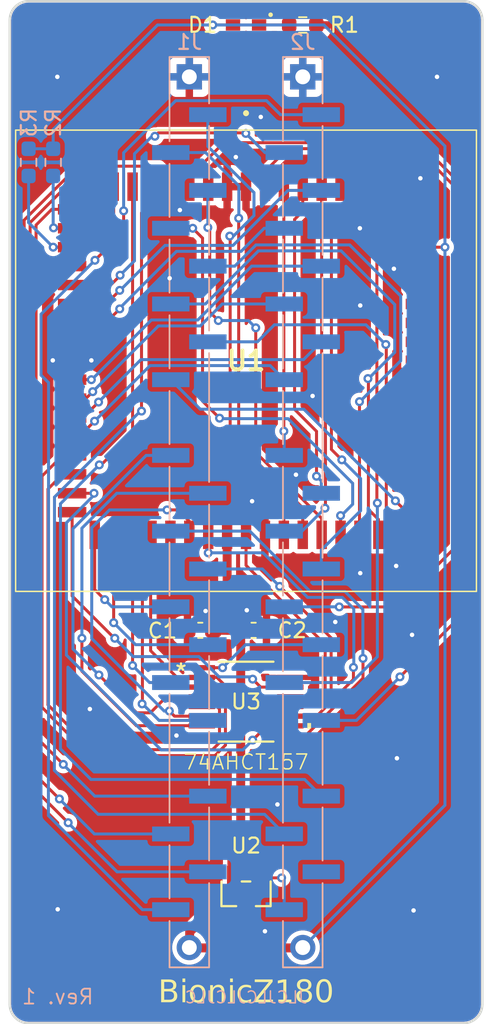
<source format=kicad_pcb>
(kicad_pcb (version 20241229) (generator "pcbnew") (generator_version "9.0")
  (title_block (title "BionicZ180") (date "2025-10-12") (rev "1") (company "Tadashi G. Takaoka"))
  (layers (0 "F.Cu" mixed) (2 "B.Cu" mixed) (13 "F.Paste" user) (15 "B.Paste" user) (5 "F.SilkS" user "F.Silkscreen") (7 "B.SilkS" user "B.Silkscreen") (1 "F.Mask" user) (3 "B.Mask" user) (25 "Edge.Cuts" user))
  (net 0 "")
  (net 1 "VCC")
  (net 2 "GND")
  (net 3 "Net-(D1-K)")
  (net 4 "A12")
  (net 5 "D6")
  (net 6 "~{WAIT}")
  (net 7 "A13")
  (net 8 "D3")
  (net 9 "P33")
  (net 10 "D0")
  (net 11 "D7")
  (net 12 "~{RESET}")
  (net 13 "D1")
  (net 14 "P31")
  (net 15 "P32")
  (net 16 "~{INT0}")
  (net 17 "D5")
  (net 18 "D2")
  (net 19 "P30")
  (net 20 "A14")
  (net 21 "A15")
  (net 22 "D4")
  (net 23 "~{NMI}")
  (net 24 "Net-(J2-P57)")
  (net 26 "ASEL")
  (net 27 "~{MREQ}")
  (net 28 "PHI")
  (net 29 "~{IORQ}")
  (net 30 "A4")
  (net 31 "EXTAL")
  (net 32 "~{WR}")
  (net 33 "A6")
  (net 34 "~{BUSREQ}")
  (net 35 "A2")
  (net 36 "A5")
  (net 37 "A7")
  (net 38 "~{M1}")
  (net 39 "A1")
  (net 40 "~{RD}")
  (net 41 "A3")
  (net 42 "A0")
  (net 43 "~{BUSACK}")
  (net 44 "Net-(U1-~{INT1})")
  (net 45 "Net-(U1-~{INT2})")
  (net 49 "A10")
  (net 51 "A16")
  (net 52 "A17")
  (net 53 "A11")
  (net 56 "A8")
  (net 57 "A19")
  (net 61 "A18")
  (net 65 "A9")
  (footprint "ti:PW16-M" (layer "F.Cu") (at 113.7 117.001001)
    (property "Reference" "U3")
    (property "Value" "74AHCT157")
  )
  (footprint "rhom:LED_CSL1901UW1_ROM-M" (layer "F.Cu") (at 113.7 71.6002 180)
    (property "Reference" "D1")
    (property "Value" "CSL1901UW1")
  )
  (footprint "Resistor_SMD:R_0603_1608Metric_Pad0.98x0.95mm_HandSolder" (layer "F.Cu") (at 117.51 71.6002)
    (property "Reference" "R1")
    (property "Value" "1.6k")
  )
  (footprint "3m:846821B1RKTP" (layer "F.Cu") (at 113.7 94.13)
    (property "Reference" "U1")
    (property "Value" "Z80180" (hide yes))
  )
  (footprint "microchip:SOT-23_MC_MCH-M" (layer "F.Cu") (at 113.7 129.894 180)
    (property "Reference" "U2")
    (property "Value" "11AA010-I/TT")
  )
  (footprint "Capacitor_SMD:C_0603_1608Metric_Pad1.08x0.95mm_HandSolder" (layer "F.Cu") (at 110.6277 112.2148 180)
    (property "Reference" "C1")
    (property "Value" "0.1u")
  )
  (footprint "Capacitor_SMD:C_0603_1608Metric_Pad1.08x0.95mm_HandSolder" (layer "F.Cu") (at 114.2091 112.2148)
    (property "Reference" "C2")
    (property "Value" "22u")
  )
  (footprint "Resistor_SMD:R_0603_1608Metric_Pad0.98x0.95mm_HandSolder" (layer "B.Cu") (at 99.095 80.8185 -90)
    (property "Reference" "R3")
    (property "Value" "10k")
  )
  (footprint "Resistor_SMD:R_0603_1608Metric_Pad0.98x0.95mm_HandSolder" (layer "B.Cu") (at 100.746 80.8185 -90)
    (property "Reference" "R2")
    (property "Value" "10k")
  )
  (footprint "bionic:Bionic-P245_SMT" (layer "B.Cu") (at 117.5308 104.29 180)
    (property "Reference" "J2")
    (property "Value" "Bionic-P245")
  )
  (footprint "bionic:Bionic-P135_SMT" (layer "B.Cu") (at 109.8692 104.29 180)
    (property "Reference" "J1")
    (property "Value" "Bionic-P135")
  )
  (gr_arc (start 99.095 138.58) (mid 98.196974 138.208026) (end 97.825 137.31) (stroke (width 0.15)) (layer "Edge.Cuts"))
  (gr_line (start 128.305 70) (end 99.095 70) (stroke (width 0.15)) (layer "Edge.Cuts"))
  (gr_arc (start 97.825 71.27) (mid 98.196974 70.371974) (end 99.095 70) (stroke (width 0.15)) (layer "Edge.Cuts"))
  (gr_line (start 99.095 138.58) (end 128.305 138.58) (stroke (width 0.15)) (layer "Edge.Cuts"))
  (gr_arc (start 128.305 70) (mid 129.203026 70.371974) (end 129.575 71.27) (stroke (width 0.15)) (layer "Edge.Cuts"))
  (gr_arc (start 129.575 137.31) (mid 129.203026 138.208026) (end 128.305 138.58) (stroke (width 0.15)) (layer "Edge.Cuts"))
  (gr_line (start 97.825 71.27) (end 97.825 137.31) (stroke (width 0.15)) (layer "Edge.Cuts"))
  (gr_line (start 129.575 137.31) (end 129.575 71.27) (stroke (width 0.15)) (layer "Edge.Cuts"))
  (gr_text "BionicZ180" (at 113.7 136.548 0) (layer "F.SilkS") (effects (font (size 1.5 1.5))))
  (gr_text "74AHCT157" (at 113.7 121.054 0) (layer "F.SilkS") (effects (font (size 1 1) (thickness 0.1))))
  (gr_text "JLCJLCJLCJLC" (at 113.7 137.31 0) (layer "B.SilkS") (effects (font (size 0.8 0.8)) (justify bottom mirror)))
  (gr_text "Rev. 1" (at 103.54 136.802 0) (layer "B.SilkS") (effects (font (size 1 1)) (justify left mirror)))
  (segment (start 112.43 105.81) (end 112.43 112.2148) (width 0.6) (layer "F.Cu") (net 1))
  (segment (start 112.749999 126.931601) (end 113.3444 126.3372) (width 0.6) (layer "F.Cu") (net 1))
  (segment (start 111.4648 71.6002) (end 112.8237 71.6002) (width 0.2) (layer "F.Cu") (net 1))
  (segment (start 112.43 112.2148) (end 111.4902 112.2148) (width 0.6) (layer "F.Cu") (net 1))
  (segment (start 111.4648 112.037) (end 111.9209 112.037) (width 0.2) (layer "F.Cu") (net 1))
  (segment (start 109.9154 133.5254) (end 117.4846 133.5254) (width 0.6) (layer "F.Cu") (net 1))
  (segment (start 109.9154 133.5254) (end 109.9154 132.4586) (width 0.6) (layer "F.Cu") (net 1))
  (segment (start 113.3444 126.3372) (end 113.3444 114.704) (width 0.6) (layer "F.Cu") (net 1))
  (segment (start 113.3466 112.2148) (end 112.43 112.2148) (width 0.6) (layer "F.Cu") (net 1))
  (segment (start 109.9154 132.4586) (end 112.749999 129.624001) (width 0.6) (layer "F.Cu") (net 1))
  (segment (start 117.4846 133.5254) (end 117.51 133.5) (width 0.2) (layer "F.Cu") (net 1))
  (segment (start 109.89 133.5) (end 109.9154 133.5254) (width 0.2) (layer "F.Cu") (net 1))
  (segment (start 116.6718 114.726002) (end 113.366402 114.726002) (width 0.2) (layer "F.Cu") (net 1))
  (segment (start 113.3444 114.704) (end 113.3444 112.217) (width 0.6) (layer "F.Cu") (net 1))
  (segment (start 112.749999 129.624001) (end 112.749999 128.828) (width 0.6) (layer "F.Cu") (net 1))
  (segment (start 112.4442 105.8242) (end 112.43 105.81) (width 0.6) (layer "F.Cu") (net 1))
  (segment (start 125.38 86.51) (end 127.0604 86.51) (width 0.2) (layer "F.Cu") (net 1))
  (segment (start 112.7602 128.8382) (end 112.75 128.828) (width 0.2) (layer "F.Cu") (net 1))
  (segment (start 112.749999 128.828) (end 112.749999 126.931601) (width 0.6) (layer "F.Cu") (net 1))
  (segment (start 113.366402 114.726002) (end 113.3444 114.704) (width 0.2) (layer "F.Cu") (net 1))
  (segment (start 113.3444 112.217) (end 113.3466 112.2148) (width 0.6) (layer "F.Cu") (net 1))
  (via (at 127.0604 86.51) (size 0.6) (drill 0.3) (layers "F.Cu" "B.Cu") (net 1))
  (via (at 111.4648 71.6002) (size 0.6) (drill 0.3) (layers "F.Cu" "B.Cu") (net 1))
  (segment (start 111.4648 71.6002) (end 118.9324 71.6002) (width 0.2) (layer "B.Cu") (net 1))
  (segment (start 111.4648 71.6002) (end 107.7564 71.6002) (width 0.2) (layer "B.Cu") (net 1))
  (segment (start 127.0604 123.9496) (end 117.51 133.5) (width 0.2) (layer "B.Cu") (net 1))
  (segment (start 127.0604 79.7282) (end 127.0604 86.51) (width 0.2) (layer "B.Cu") (net 1))
  (segment (start 100.746 78.6106) (end 100.746 79.906) (width 0.2) (layer "B.Cu") (net 1))
  (segment (start 118.9324 71.6002) (end 127.0604 79.7282) (width 0.2) (layer "B.Cu") (net 1))
  (segment (start 100.746 79.906) (end 99.095 79.906) (width 0.2) (layer "B.Cu") (net 1))
  (segment (start 127.0604 86.51) (end 127.0604 123.9496) (width 0.2) (layer "B.Cu") (net 1))
  (segment (start 107.7564 71.6002) (end 100.746 78.6106) (width 0.2) (layer "B.Cu") (net 1))
  (segment (start 109.0264 119.276) (end 110.7282 119.276) (width 0.2) (layer "F.Cu") (net 2))
  (segment (start 115.413403 115.376003) (end 115.4018 115.3644) (width 0.2) (layer "F.Cu") (net 2))
  (segment (start 116.6718 115.376003) (end 115.413403 115.376003) (width 0.2) (layer "F.Cu") (net 2))
  (via (at 121.3708 108.3794) (size 0.6) (drill 0.3) (layers "F.Cu" "B.Cu") (net 2))
  (via (at 109.255 84.0208) (size 0.6) (drill 0.3) (layers "F.Cu" "B.Cu") (net 2))
  (via (at 124.8506 112.5196) (size 0.6) (drill 0.3) (layers "F.Cu" "B.Cu") (net 2))
  (via (at 115.8082 123.8988) (size 0.6) (drill 0.3) (layers "F.Cu" "B.Cu") (net 2))
  (via (at 101.0254 75.08) (size 0.6) (drill 0.3) (layers "F.Cu" "B.Cu") (net 2))
  (via (at 126.527 75.08) (size 0.6) (drill 0.3) (layers "F.Cu" "B.Cu") (net 2))
  (via (at 124.9522 131.0108) (size 0.6) (drill 0.3) (layers "F.Cu" "B.Cu") (net 2))
  (via (at 125.4094 81.8872) (size 0.6) (drill 0.3) (layers "F.Cu" "B.Cu") (net 2))
  (via (at 119.6944 111.656) (size 0.6) (drill 0.3) (layers "F.Cu" "B.Cu") (net 2))
  (via (at 103.3114 94.1046) (size 0.6) (drill 0.3) (layers "F.Cu" "B.Cu") (net 2))
  (via (at 123.7838 107.8968) (size 0.6) (drill 0.3) (layers "F.Cu" "B.Cu") (net 2))
  (via (at 114.6906 77.7724) (size 0.6) (drill 0.3) (layers "F.Cu" "B.Cu") (net 2))
  (via (at 113.0142 80.4648) (size 0.6) (drill 0.3) (layers "F.Cu" "B.Cu") (net 2))
  (via (at 113.7508 110.8686) (size 0.6) (drill 0.3) (layers "F.Cu" "B.Cu") (net 2))
  (via (at 100.7206 94.1046) (size 0.6) (drill 0.3) (layers "F.Cu" "B.Cu") (net 2))
  (via (at 117.0528 101.7754) (size 0.6) (drill 0.3) (layers "F.Cu" "B.Cu") (net 2))
  (via (at 103.2098 117.498) (size 0.6) (drill 0.3) (layers "F.Cu" "B.Cu") (net 2))
  (via (at 118.1704 96.4922) (size 0.6) (drill 0.3) (layers "F.Cu" "B.Cu") (net 2))
  (via (at 123.8346 120.8) (size 0.6) (drill 0.3) (layers "F.Cu" "B.Cu") (net 2))
  (via (at 123.6314 87.9578) (size 0.6) (drill 0.3) (layers "F.Cu" "B.Cu") (net 2))
  (via (at 121.3454 85.24) (size 0.6) (drill 0.3) (layers "F.Cu" "B.Cu") (net 2))
  (via (at 121.3708 90.4216) (size 0.6) (drill 0.3) (layers "F.Cu" "B.Cu") (net 2))
  (via (at 110.9822 110.9194) (size 0.6) (drill 0.3) (layers "F.Cu" "B.Cu") (net 2))
  (via (at 114.1064 103.5534) (size 0.6) (drill 0.3) (layers "F.Cu" "B.Cu") (net 2))
  (via (at 109.0264 119.276) (size 0.6) (drill 0.3) (layers "F.Cu" "B.Cu") (net 2))
  (via (at 108.5692 88.5928) (size 0.6) (drill 0.3) (layers "F.Cu" "B.Cu") (net 2))
  (via (at 101.0508 130.9346) (size 0.6) (drill 0.3) (layers "F.Cu" "B.Cu") (net 2))
  (via (at 114.97 132.4078) (size 0.6) (drill 0.3) (layers "F.Cu" "B.Cu") (net 2))
  (segment (start 116.5975 71.6002) (end 114.5763 71.6002) (width 0.2) (layer "F.Cu") (net 3))
  (segment (start 103.54 109.4874) (end 103.54 105.81) (width 0.2) (layer "F.Cu") (net 4))
  (segment (start 104.21 110.1574) (end 103.54 109.4874) (width 0.2) (layer "F.Cu") (net 4))
  (via (at 104.21 110.1574) (size 0.6) (drill 0.3) (layers "F.Cu" "B.Cu") (net 4))
  (segment (start 104.21 110.1574) (end 104.6926 110.64) (width 0.2) (layer "B.Cu") (net 4))
  (segment (start 104.6926 110.64) (end 108.6454 110.64) (width 0.2) (layer "B.Cu") (net 4))
  (segment (start 123.12 93.0694) (end 123.12 104.1088) (width 0.2) (layer "F.Cu") (net 5))
  (segment (start 123.12 104.1088) (end 123.86 104.8488) (width 0.2) (layer "F.Cu") (net 5))
  (segment (start 123.0884 93.0378) (end 123.12 93.0694) (width 0.2) (layer "F.Cu") (net 5))
  (segment (start 123.86 104.8488) (end 123.86 105.81) (width 0.2) (layer "F.Cu") (net 5))
  (via (at 123.0884 93.0378) (size 0.6) (drill 0.3) (layers "F.Cu" "B.Cu") (net 5))
  (segment (start 115.605 91.717) (end 114.462 92.86) (width 0.2) (layer "B.Cu") (net 5))
  (segment (start 121.7518 91.717) (end 115.605 91.717) (width 0.2) (layer "B.Cu") (net 5))
  (segment (start 123.0726 93.0378) (end 121.7518 91.717) (width 0.2) (layer "B.Cu") (net 5))
  (segment (start 114.462 92.86) (end 111.1346 92.86) (width 0.2) (layer "B.Cu") (net 5))
  (segment (start 123.0884 93.0378) (end 123.0726 93.0378) (width 0.2) (layer "B.Cu") (net 5))
  (segment (start 108.62 81.815) (end 108.62 82.45) (width 0.2) (layer "F.Cu") (net 6))
  (segment (start 101.754465 125.125535) (end 98.7966 122.16767) (width 0.2) (layer "F.Cu") (net 6))
  (segment (start 102.415514 81.0744) (end 107.8794 81.0744) (width 0.2) (layer "F.Cu") (net 6))
  (segment (start 98.7966 122.16767) (end 98.7966 84.693314) (width 0.2) (layer "F.Cu") (net 6))
  (segment (start 98.7966 84.693314) (end 102.415514 81.0744) (width 0.2) (layer "F.Cu") (net 6))
  (segment (start 107.8794 81.0744) (end 108.62 81.815) (width 0.2) (layer "F.Cu") (net 6))
  (via (at 101.754465 125.125535) (size 0.6) (drill 0.3) (layers "F.Cu" "B.Cu") (net 6))
  (segment (start 101.754465 125.125535) (end 101.754465 125.135865) (width 0.2) (layer "B.Cu") (net 6))
  (segment (start 105.0386 128.42) (end 111.1346 128.42) (width 0.2) (layer "B.Cu") (net 6))
  (segment (start 101.754465 125.135865) (end 105.0386 128.42) (width 0.2) (layer "B.Cu") (net 6))
  (segment (start 104.81 111.7068) (end 104.81 105.81) (width 0.2) (layer "F.Cu") (net 7))
  (via (at 104.81 111.7068) (size 0.6) (drill 0.3) (layers "F.Cu" "B.Cu") (net 7))
  (segment (start 106.2832 113.18) (end 111.1346 113.18) (width 0.2) (layer "B.Cu") (net 7))
  (segment (start 104.81 111.7068) (end 106.2832 113.18) (width 0.2) (layer "B.Cu") (net 7))
  (segment (start 110.779 85.9004) (end 110.1186 85.24) (width 0.2) (layer "F.Cu") (net 8))
  (segment (start 111.922 97.9812) (end 110.779 96.8382) (width 0.2) (layer "F.Cu") (net 8))
  (segment (start 120.05 105.81) (end 120.05 104.5186) (width 0.2) (layer "F.Cu") (net 8))
  (segment (start 110.779 96.8382) (end 110.779 85.9004) (width 0.2) (layer "F.Cu") (net 8))
  (via (at 110.1186 85.24) (size 0.6) (drill 0.3) (layers "F.Cu" "B.Cu") (net 8))
  (via (at 111.922 97.9812) (size 0.6) (drill 0.3) (layers "F.Cu" "B.Cu") (net 8))
  (via (at 120.05 104.5186) (size 0.6) (drill 0.3) (layers "F.Cu" "B.Cu") (net 8))
  (segment (start 120.1008 104.5186) (end 120.05 104.5186) (width 0.2) (layer "B.Cu") (net 8))
  (segment (start 116.524141 98.0162) (end 120.8628 102.354859) (width 0.2) (layer "B.Cu") (net 8))
  (segment (start 120.8628 102.354859) (end 120.8628 103.7566) (width 0.2) (layer "B.Cu") (net 8))
  (segment (start 111.957 98.0162) (end 116.524141 98.0162) (width 0.2) (layer "B.Cu") (net 8))
  (segment (start 120.8628 103.7566) (end 120.1008 104.5186) (width 0.2) (layer "B.Cu") (net 8))
  (segment (start 110.1186 85.24) (end 108.6454 85.24) (width 0.2) (layer "B.Cu") (net 8))
  (segment (start 111.922 97.9812) (end 111.957 98.0162) (width 0.2) (layer "B.Cu") (net 8))
  (segment (start 118.527084 117.326002) (end 116.6718 117.326002) (width 0.2) (layer "F.Cu") (net 9))
  (segment (start 119.415 116.438086) (end 118.527084 117.326002) (width 0.2) (layer "F.Cu") (net 9))
  (segment (start 115.9606 109.2684) (end 119.415 112.7228) (width 0.2) (layer "F.Cu") (net 9))
  (segment (start 119.415 112.7228) (end 119.415 116.438086) (width 0.2) (layer "F.Cu") (net 9))
  (via (at 115.9606 109.2684) (size 0.6) (drill 0.3) (layers "F.Cu" "B.Cu") (net 9))
  (segment (start 114.7922 108.1) (end 111.1346 108.1) (width 0.2) (layer "B.Cu") (net 9))
  (segment (start 115.9606 109.2684) (end 114.7922 108.1) (width 0.2) (layer "B.Cu") (net 9))
  (segment (start 112.6332 99.6926) (end 116.24 103.2994) (width 0.2) (layer "F.Cu") (net 10))
  (segment (start 112.6332 85.7894) (end 112.6332 99.6926) (width 0.2) (layer "F.Cu") (net 10))
  (segment (start 112.607335 85.763535) (end 112.6332 85.7894) (width 0.2) (layer "F.Cu") (net 10))
  (segment (start 116.24 103.2994) (end 116.24 105.81) (width 0.2) (layer "F.Cu") (net 10))
  (via (at 112.607335 85.763535) (size 0.6) (drill 0.3) (layers "F.Cu" "B.Cu") (net 10))
  (segment (start 114.2334 84.386729) (end 114.2334 82.845514) (width 0.2) (layer "B.Cu") (net 10))
  (segment (start 114.2334 82.845514) (end 111.1346 79.746714) (width 0.2) (layer "B.Cu") (net 10))
  (segment (start 112.856594 85.763535) (end 114.2334 84.386729) (width 0.2) (layer "B.Cu") (net 10))
  (segment (start 112.607335 85.763535) (end 112.856594 85.763535) (width 0.2) (layer "B.Cu") (net 10))
  (segment (start 111.1346 79.746714) (end 111.1346 77.62) (width 0.2) (layer "B.Cu") (net 10))
  (segment (start 124.495 104.29) (end 125.38 104.29) (width 0.2) (layer "F.Cu") (net 11))
  (segment (start 123.733 103.528) (end 124.495 104.29) (width 0.2) (layer "F.Cu") (net 11))
  (via (at 123.733 103.528) (size 0.6) (drill 0.3) (layers "F.Cu" "B.Cu") (net 11))
  (segment (start 110.6266 97.3812) (end 108.6454 95.4) (width 0.2) (layer "B.Cu") (net 11))
  (segment (start 123.733 103.528) (end 117.5862 97.3812) (width 0.2) (layer "B.Cu") (net 11))
  (segment (start 117.5862 97.3812) (end 110.6266 97.3812) (width 0.2) (layer "B.Cu") (net 11))
  (segment (start 104.81 86.129) (end 104.81 82.45) (width 0.2) (layer "F.Cu") (net 12))
  (segment (start 103.5527 87.3863) (end 104.81 86.129) (width 0.2) (layer "F.Cu") (net 12))
  (via (at 103.5527 87.3863) (size 0.6) (drill 0.3) (layers "F.Cu" "B.Cu") (net 12))
  (segment (start 99.9332 95.0952) (end 100.435 95.597) (width 0.2) (layer "B.Cu") (net 12))
  (segment (start 106.7404 130.96) (end 108.6454 130.96) (width 0.2) (layer "B.Cu") (net 12))
  (segment (start 103.5527 87.3863) (end 99.9332 91.0058) (width 0.2) (layer "B.Cu") (net 12))
  (segment (start 100.435 120.788985) (end 100.426635 120.79735) (width 0.2) (layer "B.Cu") (net 12))
  (segment (start 100.426635 124.646235) (end 106.7404 130.96) (width 0.2) (layer "B.Cu") (net 12))
  (segment (start 100.435 95.597) (end 100.435 120.788985) (width 0.2) (layer "B.Cu") (net 12))
  (segment (start 99.9332 91.0058) (end 99.9332 95.0952) (width 0.2) (layer "B.Cu") (net 12))
  (segment (start 100.426635 120.79735) (end 100.426635 124.646235) (width 0.2) (layer "B.Cu") (net 12))
  (segment (start 113.207335 84.564265) (end 113.207335 99.701049) (width 0.2) (layer "F.Cu") (net 13))
  (segment (start 117.51 104.003714) (end 117.51 105.81) (width 0.2) (layer "F.Cu") (net 13))
  (segment (start 113.207335 99.701049) (end 117.51 104.003714) (width 0.2) (layer "F.Cu") (net 13))
  (via (at 113.207335 84.564265) (size 0.6) (drill 0.3) (layers "F.Cu" "B.Cu") (net 13))
  (segment (start 110.9822 80.16) (end 108.6454 80.16) (width 0.2) (layer "B.Cu") (net 13))
  (segment (start 113.2174 84.5542) (end 113.2174 82.3952) (width 0.2) (layer "B.Cu") (net 13))
  (segment (start 113.207335 84.564265) (end 113.2174 84.5542) (width 0.2) (layer "B.Cu") (net 13))
  (segment (start 113.2174 82.3952) (end 110.9822 80.16) (width 0.2) (layer "B.Cu") (net 13))
  (segment (start 110.717801 118.6156) (end 110.7282 118.625999) (width 0.2) (layer "F.Cu") (net 14))
  (segment (start 102.6764 112.7482) (end 102.6764 114.958) (width 0.2) (layer "F.Cu") (net 14))
  (segment (start 106.334 118.6156) (end 110.717801 118.6156) (width 0.2) (layer "F.Cu") (net 14))
  (segment (start 102.6764 114.958) (end 106.334 118.6156) (width 0.2) (layer "F.Cu") (net 14))
  (via (at 102.6764 112.7482) (size 0.6) (drill 0.3) (layers "F.Cu" "B.Cu") (net 14))
  (segment (start 102.6764 105.363686) (end 105.020086 103.02) (width 0.2) (layer "B.Cu") (net 14))
  (segment (start 105.020086 103.02) (end 111.1346 103.02) (width 0.2) (layer "B.Cu") (net 14))
  (segment (start 102.6764 112.7482) (end 102.6764 105.363686) (width 0.2) (layer "B.Cu") (net 14))
  (segment (start 121.556135 115.428323) (end 117.708458 119.276) (width 0.2) (layer "F.Cu") (net 15))
  (segment (start 121.556135 114.101935) (end 121.556135 115.428323) (width 0.2) (layer "F.Cu") (net 15))
  (segment (start 117.708458 119.276) (end 116.6718 119.276) (width 0.2) (layer "F.Cu") (net 15))
  (via (at 121.556135 114.101935) (size 0.6) (drill 0.3) (layers "F.Cu" "B.Cu") (net 15))
  (segment (start 121.5486 114.0944) (end 121.5486 110.8178) (width 0.2) (layer "B.Cu") (net 15))
  (segment (start 120.3358 109.605) (end 117.999 109.605) (width 0.2) (layer "B.Cu") (net 15))
  (segment (start 121.5486 110.8178) (end 120.3358 109.605) (width 0.2) (layer "B.Cu") (net 15))
  (segment (start 121.556135 114.101935) (end 121.5486 114.0944) (width 0.2) (layer "B.Cu") (net 15))
  (segment (start 117.999 109.605) (end 113.954 105.56) (width 0.2) (layer "B.Cu") (net 15))
  (segment (start 113.954 105.56) (end 108.6454 105.56) (width 0.2) (layer "B.Cu") (net 15))
  (segment (start 99.5966 119.38153) (end 99.5966 85.024686) (width 0.2) (layer "F.Cu") (net 16))
  (segment (start 99.5966 85.024686) (end 100.651286 83.97) (width 0.2) (layer "F.Cu") (net 16))
  (segment (start 100.651286 83.97) (end 102.02 83.97) (width 0.2) (layer "F.Cu") (net 16))
  (segment (start 101.426635 121.211565) (end 99.5966 119.38153) (width 0.2) (layer "F.Cu") (net 16))
  (via (at 101.426635 121.211565) (size 0.6) (drill 0.3) (layers "F.Cu" "B.Cu") (net 16))
  (segment (start 101.426635 121.226635) (end 103.54 123.34) (width 0.2) (layer "B.Cu") (net 16))
  (segment (start 101.426635 121.211565) (end 101.426635 121.226635) (width 0.2) (layer "B.Cu") (net 16))
  (segment (start 103.54 123.34) (end 111.1346 123.34) (width 0.2) (layer "B.Cu") (net 16))
  (segment (start 121.92 95.3554) (end 121.92 104.1026) (width 0.2) (layer "F.Cu") (net 17))
  (segment (start 122.59 104.7726) (end 122.59 105.81) (width 0.2) (layer "F.Cu") (net 17))
  (segment (start 121.8884 95.3238) (end 121.92 95.3554) (width 0.2) (layer "F.Cu") (net 17))
  (segment (start 121.92 104.1026) (end 122.59 104.7726) (width 0.2) (layer "F.Cu") (net 17))
  (via (at 121.8884 95.3238) (size 0.6) (drill 0.3) (layers "F.Cu" "B.Cu") (net 17))
  (segment (start 114.532972 86.7576) (end 110.970572 90.32) (width 0.2) (layer "B.Cu") (net 17))
  (segment (start 121.8884 95.3238) (end 121.9296 95.3238) (width 0.2) (layer "B.Cu") (net 17))
  (segment (start 120.0872 86.7576) (end 114.532972 86.7576) (width 0.2) (layer "B.Cu") (net 17))
  (segment (start 123.6884 93.565) (end 123.6884 90.3588) (width 0.2) (layer "B.Cu") (net 17))
  (segment (start 110.970572 90.32) (end 108.6454 90.32) (width 0.2) (layer "B.Cu") (net 17))
  (segment (start 123.6884 90.3588) (end 120.0872 86.7576) (width 0.2) (layer "B.Cu") (net 17))
  (segment (start 121.9296 95.3238) (end 123.6884 93.565) (width 0.2) (layer "B.Cu") (net 17))
  (segment (start 111.2616 90.8534) (end 111.2616 85.3162) (width 0.2) (layer "F.Cu") (net 18))
  (segment (start 118.78 104.708028) (end 118.78 105.81) (width 0.2) (layer "F.Cu") (net 18))
  (segment (start 114.3525 91.9202) (end 114.3525 100.280528) (width 0.2) (layer "F.Cu") (net 18))
  (segment (start 114.3525 100.280528) (end 118.78 104.708028) (width 0.2) (layer "F.Cu") (net 18))
  (segment (start 111.2616 85.3162) (end 111.1346 85.1892) (width 0.2) (layer "F.Cu") (net 18))
  (segment (start 111.839337 91.431137) (end 111.2616 90.8534) (width 0.2) (layer "F.Cu") (net 18))
  (via (at 111.839337 91.431137) (size 0.6) (drill 0.3) (layers "F.Cu" "B.Cu") (net 18))
  (via (at 114.3525 91.9202) (size 0.6) (drill 0.3) (layers "F.Cu" "B.Cu") (net 18))
  (via (at 111.1346 85.1892) (size 0.6) (drill 0.3) (layers "F.Cu" "B.Cu") (net 18))
  (segment (start 111.839337 91.431137) (end 113.863437 91.431137) (width 0.2) (layer "B.Cu") (net 18))
  (segment (start 113.863437 91.431137) (end 114.3525 91.9202) (width 0.2) (layer "B.Cu") (net 18))
  (segment (start 111.1346 85.1892) (end 111.1346 82.7) (width 0.2) (layer "B.Cu") (net 18))
  (segment (start 107.2738 117.752) (end 108.3498 116.676) (width 0.2) (layer "F.Cu") (net 19))
  (segment (start 106.3594 117.752) (end 107.2738 117.752) (width 0.2) (layer "F.Cu") (net 19))
  (segment (start 103.8194 115.212) (end 106.3594 117.752) (width 0.2) (layer "F.Cu") (net 19))
  (segment (start 108.3498 116.676) (end 110.7282 116.676) (width 0.2) (layer "F.Cu") (net 19))
  (via (at 103.8194 115.212) (size 0.6) (drill 0.3) (layers "F.Cu" "B.Cu") (net 19))
  (segment (start 106.9944 100.48) (end 108.6454 100.48) (width 0.2) (layer "B.Cu") (net 19))
  (segment (start 102.0764 105.398) (end 106.9944 100.48) (width 0.2) (layer "B.Cu") (net 19))
  (segment (start 102.0764 113.469) (end 102.0764 105.398) (width 0.2) (layer "B.Cu") (net 19))
  (segment (start 103.8194 115.212) (end 102.0764 113.469) (width 0.2) (layer "B.Cu") (net 19))
  (segment (start 106.08 114.58) (end 106.08 105.81) (width 0.2) (layer "F.Cu") (net 20))
  (via (at 106.08 114.58) (size 0.6) (drill 0.3) (layers "F.Cu" "B.Cu") (net 20))
  (segment (start 107.22 115.72) (end 108.6454 115.72) (width 0.2) (layer "B.Cu") (net 20))
  (segment (start 106.08 114.58) (end 107.22 115.72) (width 0.2) (layer "B.Cu") (net 20))
  (segment (start 106.7404 107.8206) (end 107.35 107.211) (width 0.2) (layer "F.Cu") (net 21))
  (segment (start 106.720165 117.152) (end 106.7404 117.131765) (width 0.2) (layer "F.Cu") (net 21))
  (segment (start 107.35 107.211) (end 107.35 105.81) (width 0.2) (layer "F.Cu") (net 21))
  (segment (start 106.7404 117.131765) (end 106.7404 107.8206) (width 0.2) (layer "F.Cu") (net 21))
  (via (at 106.720165 117.152) (size 0.6) (drill 0.3) (layers "F.Cu" "B.Cu") (net 21))
  (segment (start 107.858 118.26) (end 111.1346 118.26) (width 0.2) (layer "B.Cu") (net 21))
  (segment (start 106.720165 117.152) (end 106.75 117.152) (width 0.2) (layer "B.Cu") (net 21))
  (segment (start 106.75 117.152) (end 107.858 118.26) (width 0.2) (layer "B.Cu") (net 21))
  (segment (start 121.32 96.8732) (end 121.32 105.81) (width 0.2) (layer "F.Cu") (net 22))
  (via (at 121.32 96.8732) (size 0.6) (drill 0.3) (layers "F.Cu" "B.Cu") (net 22))
  (segment (start 121.3454 96.8732) (end 124.0884 94.1302) (width 0.2) (layer "B.Cu") (net 22))
  (segment (start 124.0884 94.1302) (end 124.0884 89.7864) (width 0.2) (layer "B.Cu") (net 22))
  (segment (start 112.944886 87.78) (end 111.1346 87.78) (width 0.2) (layer "B.Cu") (net 22))
  (segment (start 114.367286 86.3576) (end 112.944886 87.78) (width 0.2) (layer "B.Cu") (net 22))
  (segment (start 124.0884 89.7864) (end 120.6596 86.3576) (width 0.2) (layer "B.Cu") (net 22))
  (segment (start 120.6596 86.3576) (end 114.367286 86.3576) (width 0.2) (layer "B.Cu") (net 22))
  (segment (start 121.32 96.8732) (end 121.3454 96.8732) (width 0.2) (layer "B.Cu") (net 22))
  (segment (start 101.6056 82.45) (end 103.54 82.45) (width 0.2) (layer "F.Cu") (net 23))
  (segment (start 101.1651 123.5305) (end 99.1966 121.562) (width 0.2) (layer "F.Cu") (net 23))
  (segment (start 99.1966 121.562) (end 99.1966 84.859) (width 0.2) (layer "F.Cu") (net 23))
  (segment (start 99.1966 84.859) (end 101.6056 82.45) (width 0.2) (layer "F.Cu") (net 23))
  (via (at 101.1651 123.5305) (size 0.6) (drill 0.3) (layers "F.Cu" "B.Cu") (net 23))
  (segment (start 103.5146 125.88) (end 108.6454 125.88) (width 0.2) (layer "B.Cu") (net 23))
  (segment (start 101.1651 123.5305) (end 103.5146 125.88) (width 0.2) (layer "B.Cu") (net 23))
  (segment (start 114.6516 128.8264) (end 114.65 128.828) (width 0.2) (layer "F.Cu") (net 24))
  (segment (start 116.0876 128.8264) (end 114.6516 128.8264) (width 0.2) (layer "F.Cu") (net 24))
  (via (at 116.0876 128.8264) (size 0.6) (drill 0.3) (layers "F.Cu" "B.Cu") (net 24))
  (segment (start 116.0876 128.8264) (end 116.2654 129.0042) (width 0.2) (layer "B.Cu") (net 24))
  (segment (start 116.2654 129.0042) (end 116.2654 130.96) (width 0.2) (layer "B.Cu") (net 24))
  (segment (start 112.1252 114.726002) (end 110.7282 114.726002) (width 0.2) (layer "F.Cu") (net 26))
  (via (at 112.1252 114.726002) (size 0.6) (drill 0.3) (layers "F.Cu" "B.Cu") (net 26))
  (segment (start 113.671202 113.18) (end 118.7546 113.18) (width 0.2) (layer "B.Cu") (net 26))
  (segment (start 112.1252 114.726002) (end 113.671202 113.18) (width 0.2) (layer "B.Cu") (net 26))
  (segment (start 119.434 85.6274) (end 121.32 83.7414) (width 0.2) (layer "F.Cu") (net 27))
  (segment (start 121.32 83.7414) (end 121.32 82.45) (width 0.2) (layer "F.Cu") (net 27))
  (segment (start 120.133735 100.777265) (end 119.434 100.07753) (width 0.2) (layer "F.Cu") (net 27))
  (segment (start 119.434 100.07753) (end 119.434 85.6274) (width 0.2) (layer "F.Cu") (net 27))
  (via (at 120.133735 100.777265) (size 0.6) (drill 0.3) (layers "F.Cu" "B.Cu") (net 27))
  (segment (start 120.133735 100.777265) (end 121.3962 102.03973) (width 0.2) (layer "B.Cu") (net 27))
  (segment (start 118.7546 106.83) (end 118.7546 108.1) (width 0.2) (layer "B.Cu") (net 27))
  (segment (start 121.3962 102.03973) (end 121.3962 104.1884) (width 0.2) (layer "B.Cu") (net 27))
  (segment (start 121.3962 104.1884) (end 118.7546 106.83) (width 0.2) (layer "B.Cu") (net 27))
  (segment (start 123.750865 110.647535) (end 127.797 106.6014) (width 0.2) (layer "F.Cu") (net 28))
  (segment (start 125.1744 79.8996) (end 116.5004 79.8996) (width 0.2) (layer "F.Cu") (net 28))
  (segment (start 119.960392 110.643808) (end 119.964119 110.647535) (width 0.2) (layer "F.Cu") (net 28))
  (segment (start 127.797 106.6014) (end 127.797 82.5222) (width 0.2) (layer "F.Cu") (net 28))
  (segment (start 114.97 81.43) (end 114.97 82.45) (width 0.2) (layer "F.Cu") (net 28))
  (segment (start 127.797 82.5222) (end 125.1744 79.8996) (width 0.2) (layer "F.Cu") (net 28))
  (segment (start 119.964119 110.647535) (end 123.750865 110.647535) (width 0.2) (layer "F.Cu") (net 28))
  (segment (start 116.5004 79.8996) (end 114.97 81.43) (width 0.2) (layer "F.Cu") (net 28))
  (via (at 119.960392 110.643808) (size 0.6) (drill 0.3) (layers "F.Cu" "B.Cu") (net 28))
  (segment (start 119.956584 110.64) (end 116.2654 110.64) (width 0.2) (layer "B.Cu") (net 28))
  (segment (start 119.960392 110.643808) (end 119.956584 110.64) (width 0.2) (layer "B.Cu") (net 28))
  (segment (start 122.59 84.1224) (end 122.59 82.45) (width 0.2) (layer "F.Cu") (net 29))
  (segment (start 122.4884 103.6488) (end 122.4884 84.224) (width 0.2) (layer "F.Cu") (net 29))
  (segment (start 122.52 103.6804) (end 122.4884 103.6488) (width 0.2) (layer "F.Cu") (net 29))
  (segment (start 122.4884 84.224) (end 122.59 84.1224) (width 0.2) (layer "F.Cu") (net 29))
  (via (at 122.52 103.6804) (size 0.6) (drill 0.3) (layers "F.Cu" "B.Cu") (net 29))
  (segment (start 120.7866 115.72) (end 116.2654 115.72) (width 0.2) (layer "B.Cu") (net 29))
  (segment (start 122.52 113.9866) (end 120.7866 115.72) (width 0.2) (layer "B.Cu") (net 29))
  (segment (start 122.52 103.6804) (end 122.52 113.9866) (width 0.2) (layer "B.Cu") (net 29))
  (segment (start 103.3114 95.4) (end 102.02 95.4) (width 0.2) (layer "F.Cu") (net 30))
  (via (at 103.3114 95.4) (size 0.6) (drill 0.3) (layers "F.Cu" "B.Cu") (net 30))
  (segment (start 103.3114 95.4) (end 103.3368 95.4) (width 0.2) (layer "B.Cu") (net 30))
  (segment (start 103.3368 95.4) (end 107.3436 91.3932) (width 0.2) (layer "B.Cu") (net 30))
  (segment (start 110.463058 91.3932) (end 114.076258 87.78) (width 0.2) (layer "B.Cu") (net 30))
  (segment (start 114.076258 87.78) (end 118.7546 87.78) (width 0.2) (layer "B.Cu") (net 30))
  (segment (start 107.3436 91.3932) (end 110.463058 91.3932) (width 0.2) (layer "B.Cu") (net 30))
  (segment (start 125.340086 79.4996) (end 112.2054 79.4996) (width 0.2) (layer "F.Cu") (net 31))
  (segment (start 128.197 82.356514) (end 125.340086 79.4996) (width 0.2) (layer "F.Cu") (net 31))
  (segment (start 112.2054 79.4996) (end 109.89 81.815) (width 0.2) (layer "F.Cu") (net 31))
  (segment (start 124.0378 115.339) (end 128.197 111.1798) (width 0.2) (layer "F.Cu") (net 31))
  (segment (start 109.89 81.815) (end 109.89 82.45) (width 0.2) (layer "F.Cu") (net 31))
  (segment (start 128.197 111.1798) (end 128.197 82.356514) (width 0.2) (layer "F.Cu") (net 31))
  (via (at 124.0378 115.339) (size 0.6) (drill 0.3) (layers "F.Cu" "B.Cu") (net 31))
  (segment (start 121.1168 118.26) (end 118.7546 118.26) (width 0.2) (layer "B.Cu") (net 31))
  (segment (start 124.0378 115.339) (end 121.1168 118.26) (width 0.2) (layer "B.Cu") (net 31))
  (segment (start 118.434 98.864) (end 116.9608 97.3908) (width 0.2) (layer "F.Cu") (net 32))
  (segment (start 116.9608 97.3908) (end 116.9608 84.6462) (width 0.2) (layer "F.Cu") (net 32))
  (segment (start 118.434 101.877) (end 118.434 98.864) (width 0.2) (layer "F.Cu") (net 32))
  (segment (start 116.9608 84.6462) (end 117.51 84.097) (width 0.2) (layer "F.Cu") (net 32))
  (segment (start 117.51 84.097) (end 117.51 82.45) (width 0.2) (layer "F.Cu") (net 32))
  (via (at 118.434 101.877) (size 0.6) (drill 0.3) (layers "F.Cu" "B.Cu") (net 32))
  (segment (start 118.434 101.877) (end 118.7546 102.1976) (width 0.2) (layer "B.Cu") (net 32))
  (segment (start 118.7546 102.1976) (end 118.7546 103.02) (width 0.2) (layer "B.Cu") (net 32))
  (segment (start 103.795382 96.901062) (end 102.756444 97.94) (width 0.2) (layer "F.Cu") (net 33))
  (segment (start 102.756444 97.94) (end 102.02 97.94) (width 0.2) (layer "F.Cu") (net 33))
  (via (at 103.795382 96.901062) (size 0.6) (drill 0.3) (layers "F.Cu" "B.Cu") (net 33))
  (segment (start 106.6388 94.0538) (end 117.5608 94.0538) (width 0.2) (layer "B.Cu") (net 33))
  (segment (start 117.5608 94.0538) (end 118.7546 92.86) (width 0.2) (layer "B.Cu") (net 33))
  (segment (start 103.795382 96.901062) (end 103.795382 96.897218) (width 0.2) (layer "B.Cu") (net 33))
  (segment (start 103.795382 96.897218) (end 106.6388 94.0538) (width 0.2) (layer "B.Cu") (net 33))
  (segment (start 103.9718 101.115) (end 106.08 99.0068) (width 0.2) (layer "F.Cu") (net 34))
  (segment (start 106.08 99.0068) (end 106.08 82.45) (width 0.2) (layer "F.Cu") (net 34))
  (segment (start 103.8448 101.115) (end 103.9718 101.115) (width 0.2) (layer "F.Cu") (net 34))
  (via (at 103.8448 101.115) (size 0.6) (drill 0.3) (layers "F.Cu" "B.Cu") (net 34))
  (segment (start 117.637 122.2224) (end 118.7546 123.34) (width 0.2) (layer "B.Cu") (net 34))
  (segment (start 101.235 120.1714) (end 103.286 122.2224) (width 0.2) (layer "B.Cu") (net 34))
  (segment (start 103.8448 101.115) (end 101.235 103.7248) (width 0.2) (layer "B.Cu") (net 34))
  (segment (start 101.235 103.7248) (end 101.235 120.1714) (width 0.2) (layer "B.Cu") (net 34))
  (segment (start 103.286 122.2224) (end 117.637 122.2224) (width 0.2) (layer "B.Cu") (net 34))
  (segment (start 105.2164 89.4056) (end 103.032 91.59) (width 0.2) (layer "F.Cu") (net 35))
  (segment (start 103.032 91.59) (end 102.02 91.59) (width 0.2) (layer "F.Cu") (net 35))
  (via (at 105.2164 89.4056) (size 0.6) (drill 0.3) (layers "F.Cu" "B.Cu") (net 35))
  (segment (start 116.5194 82.7) (end 118.7546 82.7) (width 0.2) (layer "B.Cu") (net 35))
  (segment (start 112.83 86.3894) (end 116.5194 82.7) (width 0.2) (layer "B.Cu") (net 35))
  (segment (start 105.2164 89.4056) (end 105.2418 89.4056) (width 0.2) (layer "B.Cu") (net 35))
  (segment (start 105.2418 89.4056) (end 108.258 86.3894) (width 0.2) (layer "B.Cu") (net 35))
  (segment (start 108.258 86.3894) (end 112.83 86.3894) (width 0.2) (layer "B.Cu") (net 35))
  (segment (start 103.403701 96.203501) (end 102.937202 96.67) (width 0.2) (layer "F.Cu") (net 36))
  (segment (start 102.937202 96.67) (end 102.02 96.67) (width 0.2) (layer "F.Cu") (net 36))
  (via (at 103.403701 96.203501) (size 0.6) (drill 0.3) (layers "F.Cu" "B.Cu") (net 36))
  (segment (start 107.814002 91.7932) (end 110.628744 91.7932) (width 0.2) (layer "B.Cu") (net 36))
  (segment (start 103.403701 96.203501) (end 107.814002 91.7932) (width 0.2) (layer "B.Cu") (net 36))
  (segment (start 112.101944 90.32) (end 116.2654 90.32) (width 0.2) (layer "B.Cu") (net 36))
  (segment (start 110.628744 91.7932) (end 112.101944 90.32) (width 0.2) (layer "B.Cu") (net 36))
  (segment (start 102.4986 99.21) (end 102.02 99.21) (width 0.2) (layer "F.Cu") (net 37))
  (segment (start 103.5273 98.1813) (end 102.4986 99.21) (width 0.2) (layer "F.Cu") (net 37))
  (via (at 103.5273 98.1813) (size 0.6) (drill 0.3) (layers "F.Cu" "B.Cu") (net 37))
  (segment (start 115.3192 94.4538) (end 116.2654 95.4) (width 0.2) (layer "B.Cu") (net 37))
  (segment (start 107.2548 94.4538) (end 115.3192 94.4538) (width 0.2) (layer "B.Cu") (net 37))
  (segment (start 103.5273 98.1813) (end 107.2548 94.4538) (width 0.2) (layer "B.Cu") (net 37))
  (segment (start 119.034 103.988929) (end 119.034 95.6032) (width 0.2) (layer "F.Cu") (net 38))
  (segment (start 119.034 95.6032) (end 118.78 95.3492) (width 0.2) (layer "F.Cu") (net 38))
  (segment (start 118.78 95.3492) (end 118.78 82.45) (width 0.2) (layer "F.Cu") (net 38))
  (segment (start 119.002929 104.02) (end 119.034 103.988929) (width 0.2) (layer "F.Cu") (net 38))
  (via (at 119.002929 104.02) (size 0.6) (drill 0.3) (layers "F.Cu" "B.Cu") (net 38))
  (segment (start 119.002929 104.02) (end 117.462929 105.56) (width 0.2) (layer "B.Cu") (net 38))
  (segment (start 117.462929 105.56) (end 116.2654 105.56) (width 0.2) (layer "B.Cu") (net 38))
  (segment (start 113.6492 78.8392) (end 107.8072 78.8392) (width 0.2) (layer "F.Cu") (net 39))
  (segment (start 113.6873 78.8773) (end 113.6492 78.8392) (width 0.2) (layer "F.Cu") (net 39))
  (segment (start 105.2418 88.3896) (end 105.2418 88.415) (width 0.2) (layer "F.Cu") (net 39))
  (segment (start 107.8072 78.8392) (end 107.5786 79.0678) (width 0.2) (layer "F.Cu") (net 39))
  (segment (start 103.3368 90.32) (end 102.02 90.32) (width 0.2) (layer "F.Cu") (net 39))
  (segment (start 105.2418 88.415) (end 103.3368 90.32) (width 0.2) (layer "F.Cu") (net 39))
  (via (at 107.5786 79.0678) (size 0.6) (drill 0.3) (layers "F.Cu" "B.Cu") (net 39))
  (via (at 113.6873 78.8773) (size 0.6) (drill 0.3) (layers "F.Cu" "B.Cu") (net 39))
  (via (at 105.2418 88.3896) (size 0.6) (drill 0.3) (layers "F.Cu" "B.Cu") (net 39))
  (segment (start 113.6873 78.8773) (end 114.97 80.16) (width 0.2) (layer "B.Cu") (net 39))
  (segment (start 105.2418 88.3896) (end 106.207 87.4244) (width 0.2) (layer "B.Cu") (net 39))
  (segment (start 106.207 87.4244) (end 106.207 80.2434) (width 0.2) (layer "B.Cu") (net 39))
  (segment (start 106.207 80.2434) (end 107.3826 79.0678) (width 0.2) (layer "B.Cu") (net 39))
  (segment (start 114.97 80.16) (end 116.2654 80.16) (width 0.2) (layer "B.Cu") (net 39))
  (segment (start 107.3826 79.0678) (end 107.5786 79.0678) (width 0.2) (layer "B.Cu") (net 39))
  (segment (start 116.24 98.8544) (end 116.24 82.45) (width 0.2) (layer "F.Cu") (net 40))
  (via (at 116.24 98.8544) (size 0.6) (drill 0.3) (layers "F.Cu" "B.Cu") (net 40))
  (segment (start 116.2654 98.8798) (end 116.2654 100.48) (width 0.2) (layer "B.Cu") (net 40))
  (segment (start 116.24 98.8544) (end 116.2654 98.8798) (width 0.2) (layer "B.Cu") (net 40))
  (segment (start 105.2164 90.6502) (end 103.0066 92.86) (width 0.2) (layer "F.Cu") (net 41))
  (segment (start 103.0066 92.86) (end 102.02 92.86) (width 0.2) (layer "F.Cu") (net 41))
  (via (at 105.2164 90.6502) (size 0.6) (drill 0.3) (layers "F.Cu" "B.Cu") (net 41))
  (segment (start 114.9192 85.24) (end 116.2654 85.24) (width 0.2) (layer "B.Cu") (net 41))
  (segment (start 113.3698 86.7894) (end 114.9192 85.24) (width 0.2) (layer "B.Cu") (net 41))
  (segment (start 105.2164 90.6502) (end 105.2164 90.5994) (width 0.2) (layer "B.Cu") (net 41))
  (segment (start 105.2164 90.5994) (end 109.0264 86.7894) (width 0.2) (layer "B.Cu") (net 41))
  (segment (start 109.0264 86.7894) (end 113.3698 86.7894) (width 0.2) (layer "B.Cu") (net 41))
  (segment (start 105.48 84.0716) (end 105.48 87.0592) (width 0.2) (layer "F.Cu") (net 42))
  (segment (start 103.4892 89.05) (end 102.02 89.05) (width 0.2) (layer "F.Cu") (net 42))
  (segment (start 105.48 87.0592) (end 103.4892 89.05) (width 0.2) (layer "F.Cu") (net 42))
  (via (at 105.48 84.0716) (size 0.6) (drill 0.3) (layers "F.Cu" "B.Cu") (net 42))
  (segment (start 108.9756 76.6802) (end 115.0716 76.6802) (width 0.2) (layer "B.Cu") (net 42))
  (segment (start 116.0114 77.62) (end 118.7546 77.62) (width 0.2) (layer "B.Cu") (net 42))
  (segment (start 105.48 80.1758) (end 108.9756 76.6802) (width 0.2) (layer "B.Cu") (net 42))
  (segment (start 115.0716 76.6802) (end 116.0114 77.62) (width 0.2) (layer "B.Cu") (net 42))
  (segment (start 105.48 84.0716) (end 105.48 80.1758) (width 0.2) (layer "B.Cu") (net 42))
  (segment (start 106.68 84.2082) (end 107.35 83.5382) (width 0.2) (layer "F.Cu") (net 43))
  (segment (start 106.68 97.5082) (end 106.68 84.2082) (width 0.2) (layer "F.Cu") (net 43))
  (segment (start 107.35 83.5382) (end 107.35 82.45) (width 0.2) (layer "F.Cu") (net 43))
  (via (at 106.68 97.5082) (size 0.6) (drill 0.3) (layers "F.Cu" "B.Cu") (net 43))
  (segment (start 103.7686 124.5592) (end 114.9446 124.5592) (width 0.2) (layer "B.Cu") (net 43))
  (segment (start 100.835 103.276271) (end 100.835 120.954671) (width 0.2) (layer "B.Cu") (net 43))
  (segment (start 100.826635 121.617235) (end 103.7686 124.5592) (width 0.2) (layer "B.Cu") (net 43))
  (segment (start 106.603071 97.5082) (end 100.835 103.276271) (width 0.2) (layer "B.Cu") (net 43))
  (segment (start 100.826635 120.963036) (end 100.826635 121.617235) (width 0.2) (layer "B.Cu") (net 43))
  (segment (start 106.68 97.5082) (end 106.603071 97.5082) (width 0.2) (layer "B.Cu") (net 43))
  (segment (start 100.835 120.954671) (end 100.826635 120.963036) (width 0.2) (layer "B.Cu") (net 43))
  (segment (start 114.9446 124.5592) (end 116.2654 125.88) (width 0.2) (layer "B.Cu") (net 43))
  (segment (start 100.7714 85.2146) (end 100.7968 85.24) (width 0.2) (layer "F.Cu") (net 44))
  (segment (start 100.7968 85.24) (end 102.02 85.24) (width 0.2) (layer "F.Cu") (net 44))
  (via (at 100.7714 85.2146) (size 0.6) (drill 0.3) (layers "F.Cu" "B.Cu") (net 44))
  (segment (start 100.7714 85.2146) (end 100.746 85.1892) (width 0.2) (layer "B.Cu") (net 44))
  (segment (start 100.746 85.1892) (end 100.746 81.731) (width 0.2) (layer "B.Cu") (net 44))
  (segment (start 100.746 86.51) (end 102.02 86.51) (width 0.2) (layer "F.Cu") (net 45))
  (via (at 100.746 86.51) (size 0.6) (drill 0.3) (layers "F.Cu" "B.Cu") (net 45))
  (segment (start 100.746 86.51) (end 99.095 84.859) (width 0.2) (layer "B.Cu") (net 45))
  (segment (start 99.095 84.859) (end 99.095 81.731) (width 0.2) (layer "B.Cu") (net 45))
  (segment (start 103.4892 103.02) (end 102.02 103.02) (width 0.2) (layer "F.Cu") (net 49))
  (segment (start 114.1444 119.5808) (end 115.7492 117.976) (width 0.2) (layer "F.Cu") (net 49))
  (segment (start 115.7492 117.976) (end 116.6718 117.976) (width 0.2) (layer "F.Cu") (net 49))
  (via (at 103.4892 103.02) (size 0.6) (drill 0.3) (layers "F.Cu" "B.Cu") (net 49))
  (via (at 114.1444 119.5808) (size 0.6) (drill 0.3) (layers "F.Cu" "B.Cu") (net 49))
  (segment (start 101.635 113.876129) (end 108.000071 120.2412) (width 0.2) (layer "B.Cu") (net 49))
  (segment (start 108.000071 120.2412) (end 113.484 120.2412) (width 0.2) (layer "B.Cu") (net 49))
  (segment (start 113.484 120.2412) (end 114.1444 119.5808) (width 0.2) (layer "B.Cu") (net 49))
  (segment (start 103.4892 103.147) (end 101.635 105.0012) (width 0.2) (layer "B.Cu") (net 49))
  (segment (start 101.635 105.0012) (end 101.635 113.876129) (width 0.2) (layer "B.Cu") (net 49))
  (segment (start 103.4892 103.02) (end 103.4892 103.147) (width 0.2) (layer "B.Cu") (net 49))
  (segment (start 107.2928 108.1572) (end 107.2928 113.584436) (width 0.2) (layer "F.Cu") (net 51))
  (segment (start 107.2928 113.584436) (end 108.0928 114.384436) (width 0.2) (layer "F.Cu") (net 51))
  (segment (start 108.0928 114.384436) (end 108.0928 114.4074) (width 0.2) (layer "F.Cu") (net 51))
  (segment (start 109.711402 116.026002) (end 110.7282 116.026002) (width 0.2) (layer "F.Cu") (net 51))
  (segment (start 108.62 106.83) (end 107.2928 108.1572) (width 0.2) (layer "F.Cu") (net 51))
  (segment (start 108.0928 114.4074) (end 109.711402 116.026002) (width 0.2) (layer "F.Cu") (net 51))
  (segment (start 108.62 105.81) (end 108.62 106.83) (width 0.2) (layer "F.Cu") (net 51))
  (segment (start 109.89 104.8996) (end 109.128 104.1376) (width 0.2) (layer "F.Cu") (net 52))
  (segment (start 108.8948 117.976) (end 110.7282 117.976) (width 0.2) (layer "F.Cu") (net 52))
  (segment (start 109.89 105.81) (end 109.89 104.8996) (width 0.2) (layer "F.Cu") (net 52))
  (segment (start 109.128 104.1376) (end 108.3914 104.1376) (width 0.2) (layer "F.Cu") (net 52))
  (segment (start 108.548965 117.630165) (end 108.8948 117.976) (width 0.2) (layer "F.Cu") (net 52))
  (via (at 108.3914 104.1376) (size 0.6) (drill 0.3) (layers "F.Cu" "B.Cu") (net 52))
  (via (at 108.548965 117.630165) (size 0.6) (drill 0.3) (layers "F.Cu" "B.Cu") (net 52))
  (segment (start 108.548965 117.630165) (end 108.200565 117.630165) (width 0.2) (layer "B.Cu") (net 52))
  (segment (start 108.200565 117.630165) (end 103.3368 112.7664) (width 0.2) (layer "B.Cu") (net 52))
  (segment (start 103.3368 112.7664) (end 103.3368 105.3314) (width 0.2) (layer "B.Cu") (net 52))
  (segment (start 103.3368 105.3314) (end 104.5306 104.1376) (width 0.2) (layer "B.Cu") (net 52))
  (segment (start 104.5306 104.1376) (end 108.3914 104.1376) (width 0.2) (layer "B.Cu") (net 52))
  (segment (start 104.8608 112.7482) (end 102.02 109.9074) (width 0.2) (layer "F.Cu") (net 53))
  (segment (start 114.679002 116.026002) (end 116.6718 116.026002) (width 0.2) (layer "F.Cu") (net 53))
  (segment (start 104.8862 112.7482) (end 104.8608 112.7482) (width 0.2) (layer "F.Cu") (net 53))
  (segment (start 102.02 109.9074) (end 102.02 104.29) (width 0.2) (layer "F.Cu") (net 53))
  (segment (start 114.1444 115.4914) (end 114.679002 116.026002) (width 0.2) (layer "F.Cu") (net 53))
  (via (at 114.1444 115.4914) (size 0.6) (drill 0.3) (layers "F.Cu" "B.Cu") (net 53))
  (via (at 104.8862 112.7482) (size 0.6) (drill 0.3) (layers "F.Cu" "B.Cu") (net 53))
  (segment (start 113.992 115.339) (end 114.1444 115.4914) (width 0.2) (layer "B.Cu") (net 53))
  (segment (start 104.8862 112.7482) (end 106.118 113.98) (width 0.2) (layer "B.Cu") (net 53))
  (segment (start 106.118 113.98) (end 110.530669 113.98) (width 0.2) (layer "B.Cu") (net 53))
  (segment (start 110.530669 113.98) (end 111.889669 115.339) (width 0.2) (layer "B.Cu") (net 53))
  (segment (start 111.889669 115.339) (end 113.992 115.339) (width 0.2) (layer "B.Cu") (net 53))
  (segment (start 100.5682 117.9806) (end 103.2098 120.6222) (width 0.2) (layer "F.Cu") (net 56))
  (segment (start 101.385 100.48) (end 99.9966 101.8684) (width 0.2) (layer "F.Cu") (net 56))
  (segment (start 103.2098 120.6222) (end 111.614485 120.6222) (width 0.2) (layer "F.Cu") (net 56))
  (segment (start 111.744998 115.376) (end 110.7282 115.376) (width 0.2) (layer "F.Cu") (net 56))
  (segment (start 100.5682 117.9552) (end 100.5682 117.9806) (width 0.2) (layer "F.Cu") (net 56))
  (segment (start 112.3172 119.919485) (end 112.3172 115.948202) (width 0.2) (layer "F.Cu") (net 56))
  (segment (start 102.02 100.48) (end 101.385 100.48) (width 0.2) (layer "F.Cu") (net 56))
  (segment (start 111.614485 120.6222) (end 112.3172 119.919485) (width 0.2) (layer "F.Cu") (net 56))
  (segment (start 99.9966 117.3836) (end 100.5682 117.9552) (width 0.2) (layer "F.Cu") (net 56))
  (segment (start 112.3172 115.948202) (end 111.744998 115.376) (width 0.2) (layer "F.Cu") (net 56))
  (segment (start 99.9966 101.8684) (end 99.9966 117.3836) (width 0.2) (layer "F.Cu") (net 56))
  (segment (start 119.015 113.171329) (end 119.015 116.2724) (width 0.2) (layer "F.Cu") (net 57))
  (segment (start 113.7 107.856329) (end 119.015 113.171329) (width 0.2) (layer "F.Cu") (net 57))
  (segment (start 118.611397 116.676003) (end 116.6718 116.676003) (width 0.2) (layer "F.Cu") (net 57))
  (segment (start 119.015 116.2724) (end 118.611397 116.676003) (width 0.2) (layer "F.Cu") (net 57))
  (segment (start 113.7 105.81) (end 113.7 107.856329) (width 0.2) (layer "F.Cu") (net 57))
  (segment (start 120.9136 114.704) (end 120.9136 115.505172) (width 0.2) (layer "F.Cu") (net 61))
  (segment (start 120.9136 115.505172) (end 117.79277 118.626002) (width 0.2) (layer "F.Cu") (net 61))
  (segment (start 117.79277 118.626002) (end 116.6718 118.626002) (width 0.2) (layer "F.Cu") (net 61))
  (segment (start 111.16 107.016498) (end 111.16 105.81) (width 0.2) (layer "F.Cu") (net 61))
  (via (at 120.9136 114.704) (size 0.6) (drill 0.3) (layers "F.Cu" "B.Cu") (net 61))
  (via (at 111.16 107.016498) (size 0.6) (drill 0.3) (layers "F.Cu" "B.Cu") (net 61))
  (segment (start 120.170114 110.005) (end 117.833314 110.005) (width 0.2) (layer "B.Cu") (net 61))
  (segment (start 120.939 114.6786) (end 120.939 110.773886) (width 0.2) (layer "B.Cu") (net 61))
  (segment (start 117.833314 110.005) (end 114.844812 107.016498) (width 0.2) (layer "B.Cu") (net 61))
  (segment (start 120.9136 114.704) (end 120.939 114.6786) (width 0.2) (layer "B.Cu") (net 61))
  (segment (start 120.939 110.773886) (end 120.170114 110.005) (width 0.2) (layer "B.Cu") (net 61))
  (segment (start 114.844812 107.016498) (end 111.16 107.016498) (width 0.2) (layer "B.Cu") (net 61))
  (segment (start 100.3966 102.7384) (end 100.3966 117.217914) (width 0.2) (layer "F.Cu") (net 65))
  (segment (start 100.9682 117.814914) (end 103.375486 120.2222) (width 0.2) (layer "F.Cu") (net 65))
  (segment (start 111.448799 120.2222) (end 111.9172 119.753799) (width 0.2) (layer "F.Cu") (net 65))
  (segment (start 111.744999 117.325999) (end 110.7282 117.325999) (width 0.2) (layer "F.Cu") (net 65))
  (segment (start 100.3966 117.217914) (end 100.9682 117.789514) (width 0.2) (layer "F.Cu") (net 65))
  (segment (start 111.9172 117.4982) (end 111.744999 117.325999) (width 0.2) (layer "F.Cu") (net 65))
  (segment (start 100.9682 117.789514) (end 100.9682 117.814914) (width 0.2) (layer "F.Cu") (net 65))
  (segment (start 101.385 101.75) (end 100.3966 102.7384) (width 0.2) (layer "F.Cu") (net 65))
  (segment (start 102.02 101.75) (end 101.385 101.75) (width 0.2) (layer "F.Cu") (net 65))
  (segment (start 111.9172 119.753799) (end 111.9172 117.4982) (width 0.2) (layer "F.Cu") (net 65))
  (segment (start 103.375486 120.2222) (end 111.448799 120.2222) (width 0.2) (layer "F.Cu") (net 65))
  (zone (net 2) (net_name "GND") (layers "F.Cu" "B.Cu") (connect_pads (clearance 0.3)) (min_thickness 0.2) (fill yes (thermal_gap 0.5) (thermal_bridge_width 0.5))
    (polygon (pts (xy 97.825 70) (xy 129.575 70) (xy 129.575 138.58) (xy 97.825 138.58)))
  )
)
</source>
